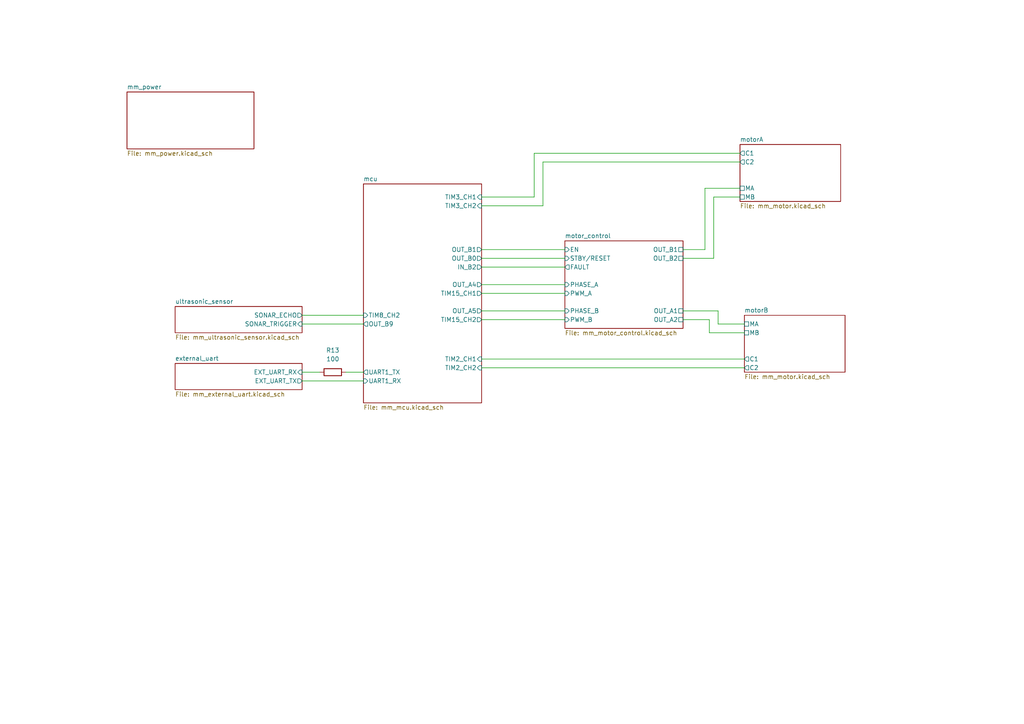
<source format=kicad_sch>
(kicad_sch (version 20230121) (generator eeschema)
  (paper "A4")
  (lib_symbols
    (symbol "Device:R" (pin_numbers hide) (pin_names (offset 0))
      (property "Reference" "R" (at 2.032 0 90))
      (property "Value" "R" (at 0 0 90))
      (symbol "R_0_1"
        (rectangle (start -1.016 -2.54) (end 1.016 2.54) (stroke (width 0.254)))
      )
      (symbol "R_1_1"
        (pin passive line (at 0 3.81 270) (length 1.27) (name "~") (number "1"))
        (pin passive line (at 0 -3.81 90) (length 1.27) (name "~") (number "2"))
      )
    )
  )
  (wire (pts (xy 87.63 110.49) (xy 105.41 110.49)))
  (wire (pts (xy 139.7 77.47) (xy 163.83 77.47)))
  (wire (pts (xy 139.7 57.15) (xy 154.94 57.15)))
  (wire (pts (xy 139.7 85.09) (xy 163.83 85.09)))
  (wire (pts (xy 198.12 90.17) (xy 208.28 90.17)))
  (wire (pts (xy 139.7 82.55) (xy 163.83 82.55)))
  (wire (pts (xy 204.47 72.39) (xy 204.47 54.61)))
  (wire (pts (xy 139.7 74.93) (xy 163.83 74.93)))
  (wire (pts (xy 198.12 92.71) (xy 205.74 92.71)))
  (wire (pts (xy 139.7 72.39) (xy 163.83 72.39)))
  (wire (pts (xy 157.48 46.99) (xy 157.48 59.69)))
  (wire (pts (xy 204.47 54.61) (xy 214.63 54.61)))
  (wire (pts (xy 100.33 107.95) (xy 105.41 107.95)))
  (wire (pts (xy 87.63 107.95) (xy 92.71 107.95)))
  (wire (pts (xy 87.63 91.44) (xy 105.41 91.44)))
  (wire (pts (xy 139.7 92.71) (xy 163.83 92.71)))
  (wire (pts (xy 214.63 46.99) (xy 157.48 46.99)))
  (wire (pts (xy 207.01 57.15) (xy 214.63 57.15)))
  (wire (pts (xy 208.28 90.17) (xy 208.28 93.98)))
  (wire (pts (xy 205.74 96.52) (xy 215.9 96.52)))
  (wire (pts (xy 208.28 93.98) (xy 215.9 93.98)))
  (wire (pts (xy 205.74 92.71) (xy 205.74 96.52)))
  (wire (pts (xy 198.12 74.93) (xy 207.01 74.93)))
  (wire (pts (xy 139.7 90.17) (xy 163.83 90.17)))
  (wire (pts (xy 139.7 104.14) (xy 215.9 104.14)))
  (wire (pts (xy 87.63 93.98) (xy 105.41 93.98)))
  (wire (pts (xy 139.7 106.68) (xy 215.9 106.68)))
  (wire (pts (xy 154.94 57.15) (xy 154.94 44.45)))
  (wire (pts (xy 198.12 72.39) (xy 204.47 72.39)))
  (wire (pts (xy 207.01 74.93) (xy 207.01 57.15)))
  (wire (pts (xy 157.48 59.69) (xy 139.7 59.69)))
  (wire (pts (xy 154.94 44.45) (xy 214.63 44.45)))
  (symbol (lib_id "Device:R") (at 96.52 107.95 90) (unit 1)
    (property "Reference" "R13" (at 96.52 101.6 90))
    (property "Value" "100" (at 96.52 104.14 90))
    (property "Footprint" "Resistor_SMD:R_0603_1608Metric" (effects hide))
  )
  (sheet (at 163.83 69.85) (size 34.29 25.4) (stroke (width 0.1524))
    (property "Sheetname" "motor_control" (at 163.83 69.1384 0) (effects (justify left bottom)))
    (property "Sheetfile" "mm_motor_control.kicad_sch" (at 163.83 95.8346 0) (effects (justify left top)))
    (pin "OUT_A2" passive (at 198.12 92.71 0))
    (pin "OUT_B1" passive (at 198.12 72.39 0))
    (pin "OUT_B2" passive (at 198.12 74.93 0))
    (pin "OUT_A1" passive (at 198.12 90.17 0))
    (pin "PWM_B" input (at 163.83 92.71 180))
    (pin "PHASE_A" input (at 163.83 82.55 180))
    (pin "PWM_A" input (at 163.83 85.09 180))
    (pin "PHASE_B" input (at 163.83 90.17 180))
    (pin "STBY{slash}RESET" input (at 163.83 74.93 180))
    (pin "EN" input (at 163.83 72.39 180))
    (pin "FAULT" output (at 163.83 77.47 180))
  )
  (sheet (at 50.8 88.9) (size 36.83 7.62) (stroke (width 0.1524))
    (property "Sheetname" "ultrasonic_sensor" (at 50.8 88.1884 0) (effects (justify left bottom)))
    (property "Sheetfile" "mm_ultrasonic_sensor.kicad_sch" (at 50.8 97.1046 0) (effects (justify left top)))
    (pin "SONAR_ECHO" output (at 87.63 91.44 0))
    (pin "SONAR_TRIGGER" input (at 87.63 93.98 0))
  )
  (sheet (at 215.9 91.44) (size 29.21 16.51) (stroke (width 0.1524))
    (property "Sheetname" "motorB" (at 215.9 90.7284 0) (effects (justify left bottom)))
    (property "Sheetfile" "mm_motor.kicad_sch" (at 215.9 108.5346 0) (effects (justify left top)))
    (pin "C1" output (at 215.9 104.14 180))
    (pin "MB" passive (at 215.9 96.52 180))
    (pin "C2" output (at 215.9 106.68 180))
    (pin "MA" passive (at 215.9 93.98 180))
  )
  (sheet (at 36.83 26.67) (size 36.83 16.51) (stroke (width 0.1524))
    (property "Sheetname" "mm_power" (at 36.83 25.9584 0) (effects (justify left bottom)))
    (property "Sheetfile" "mm_power.kicad_sch" (at 36.83 43.7646 0) (effects (justify left top)))
  )
  (sheet (at 214.63 41.91) (size 29.21 16.51) (stroke (width 0.1524))
    (property "Sheetname" "motorA" (at 214.63 41.1984 0) (effects (justify left bottom)))
    (property "Sheetfile" "mm_motor.kicad_sch" (at 214.63 59.0046 0) (effects (justify left top)))
    (pin "C1" output (at 214.63 44.45 180))
    (pin "MB" passive (at 214.63 57.15 180))
    (pin "C2" output (at 214.63 46.99 180))
    (pin "MA" passive (at 214.63 54.61 180))
  )
  (sheet (at 105.41 53.34) (size 34.29 63.5) (stroke (width 0.1524))
    (property "Sheetname" "mcu" (at 105.41 52.6284 0) (effects (justify left bottom)))
    (property "Sheetfile" "mm_mcu.kicad_sch" (at 105.41 117.4246 0) (effects (justify left top)))
    (pin "OUT_B0" output (at 139.7 74.93 0))
    (pin "OUT_B1" output (at 139.7 72.39 0))
    (pin "IN_B2" output (at 139.7 77.47 0))
    (pin "UART1_TX" output (at 105.41 107.95 180))
    (pin "UART1_RX" input (at 105.41 110.49 180))
    (pin "TIM8_CH2" input (at 105.41 91.44 180))
    (pin "OUT_B9" output (at 105.41 93.98 180))
    (pin "TIM2_CH2" input (at 139.7 106.68 0))
    (pin "TIM2_CH1" input (at 139.7 104.14 0))
    (pin "TIM15_CH2" output (at 139.7 92.71 0))
    (pin "TIM15_CH1" output (at 139.7 85.09 0))
    (pin "OUT_A4" output (at 139.7 82.55 0))
    (pin "OUT_A5" output (at 139.7 90.17 0))
    (pin "TIM3_CH1" input (at 139.7 57.15 0))
    (pin "TIM3_CH2" input (at 139.7 59.69 0))
  )
  (sheet (at 50.8 105.41) (size 36.83 7.62) (stroke (width 0.1524))
    (property "Sheetname" "external_uart" (at 50.8 104.6984 0) (effects (justify left bottom)))
    (property "Sheetfile" "mm_external_uart.kicad_sch" (at 50.8 113.6146 0) (effects (justify left top)))
    (pin "EXT_UART_RX" input (at 87.63 107.95 0))
    (pin "EXT_UART_TX" output (at 87.63 110.49 0))
  )
)
</source>
